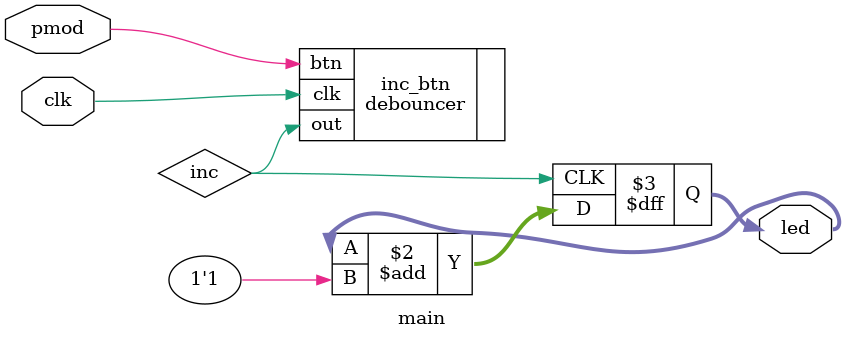
<source format=v>

module main (

	input pmod, clk,
	output reg [3:0] led

);
	
	wire inc;

	debouncer inc_btn(
		.clk(clk),
		.btn(pmod),
		.out(inc)
	);

	always @ (posedge inc) begin
		led <= led + 1'b1;
	end

endmodule



</source>
